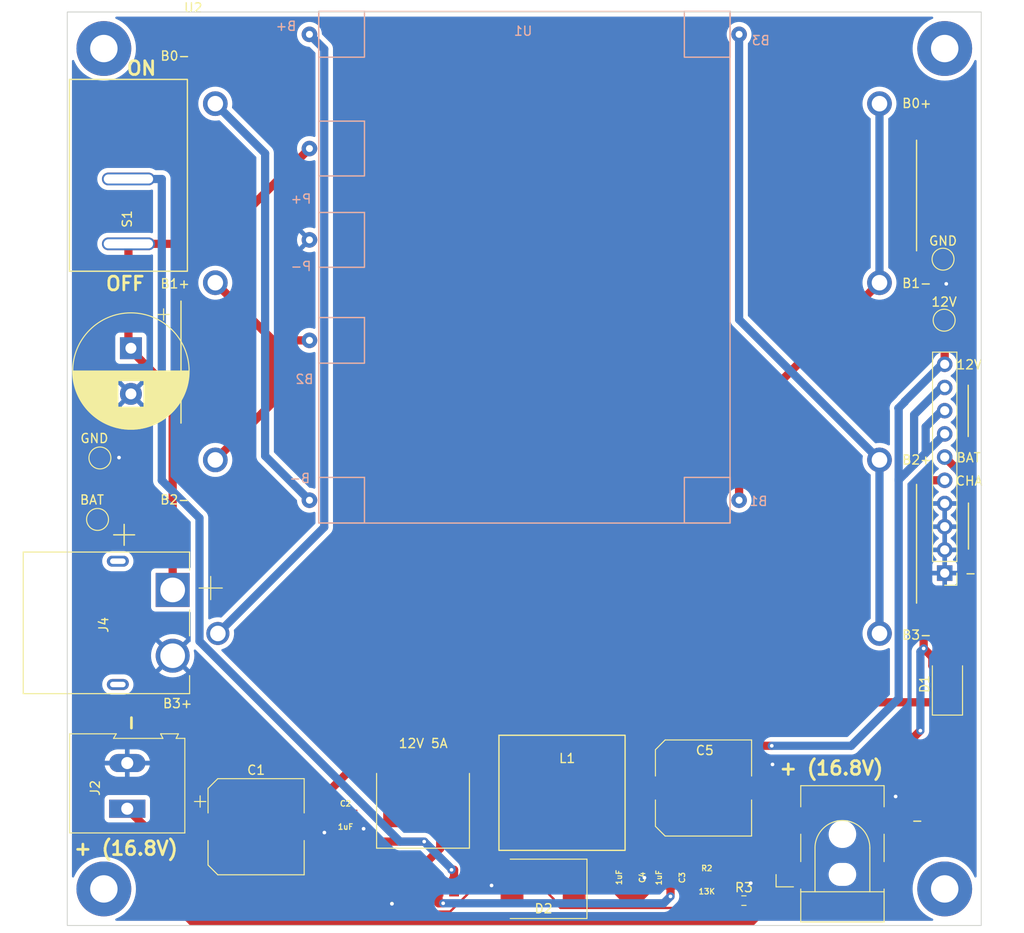
<source format=kicad_pcb>
(kicad_pcb (version 20211014) (generator pcbnew)
  (layers (0 "F.Cu" signal) (31 "B.Cu" signal) (34 "B.Paste" user) (35 "F.Paste" user) (36 "B.SilkS" user "B.Silkscreen") (37 "F.SilkS" user "F.Silkscreen") (38 "B.Mask" user) (39 "F.Mask" user) (44 "Edge.Cuts" user))
  (net 0 "")
  (net 1 "V_SENSE_BAT")
  (net 2 "GND")
  (net 3 "Net-(C3-Pad2)")
  (net 4 "Net-(C6-Pad1)")
  (net 5 "V_SENSE")
  (net 6 "Net-(D2-Pad1)")
  (net 7 "+12V")
  (net 8 "Net-(U1-Pad1)")
  (net 9 "Net-(U1-Pad2)")
  (net 10 "Net-(U1-Pad3)")
  (net 11 "Net-(U1-Pad4)")
  (net 12 "Net-(U1-Pad5)")
  (net 13 "Net-(R2-Pad2)")
  (footprint "Capacitors:0805" (layer "F.Cu") (at 66 94.77 -90)
    (fp_text reference "C3" (at 0 -1.27 90) (layer "F.SilkS") (effects (font (size 0.6096 0.6096) (thickness 0.127))))
    (fp_text value "1uF" (at 0 1.27 90) (layer "F.SilkS") (effects (font (size 0.6096 0.6096) (thickness 0.127))))
    (pad "1" smd rect locked (at -0.89916 0 270) (size 0.79756 1.19888) (layers "F.Cu" "F.Paste" "F.Mask") (net 1 "V_SENSE_BAT"))
    (pad "2" smd rect locked (at 0.89916 0 270) (size 0.79756 1.19888) (layers "F.Cu" "F.Paste" "F.Mask") (net 3 "Net-(C3-Pad2)"))
  )
  (footprint "Resistor_SMD:R_0603_1608Metric" (layer "F.Cu") (at 74.03 97.28)
    (fp_text reference "R3" (at 0 -1.43) (layer "F.SilkS"))
    (fp_text value "1.5K")
    (pad "1" smd roundrect locked (at -0.825 0) (size 0.8 0.95) (layers "F.Cu" "F.Paste" "F.Mask") (net 13 "Net-(R2-Pad2)"))
    (pad "2" smd roundrect locked (at 0.825 0) (size 0.8 0.95) (layers "F.Cu" "F.Paste" "F.Mask") (net 2 "GND"))
  )
  (footprint "Connector_BarrelJack:BarrelJack_CLIFF_FC681465S_SMT_Horizontal" (layer "F.Cu") (at 84.81 91.51 90)
    (fp_text reference "J1" hide)
    (fp_text value "Barrel_Jack_Switch")
    (pad "" np_thru_hole circle locked (at 1.5 0 180) (size 2 2) (drill 2) (layers *.Cu *.Mask))
    (pad "" np_thru_hole oval locked (at -2.9 0 180) (size 2 1.5) (drill oval 2 1.5) (layers *.Cu *.Mask))
    (pad "1" smd rect locked (at -3 -5.5 180) (size 3 2) (layers "F.Cu" "F.Paste" "F.Mask") (net 5 "V_SENSE"))
    (pad "1" smd rect locked (at 3 -5.5 180) (size 3 2) (layers "F.Cu" "F.Paste" "F.Mask") (net 5 "V_SENSE"))
    (pad "2" smd rect (at 3 5.5 180) (size 3 2) (layers "F.Cu" "F.Paste" "F.Mask") (net 2 "GND"))
    (pad "3" smd rect (at -3 5.5 180) (size 3 2) (layers "F.Cu" "F.Paste" "F.Mask") (net 2 "GND"))
  )
  (footprint "Capacitors:0805" (layer "F.Cu") (at 61.64 94.7392 -90)
    (fp_text reference "C4" (at 0 -1.27 90) (layer "F.SilkS") (effects (font (size 0.6096 0.6096) (thickness 0.127))))
    (fp_text value "1uF" (at 0 1.27 90) (layer "F.SilkS") (effects (font (size 0.6096 0.6096) (thickness 0.127))))
    (pad "1" smd rect locked (at -0.89916 0 270) (size 0.79756 1.19888) (layers "F.Cu" "F.Paste" "F.Mask") (net 7 "+12V"))
    (pad "2" smd rect locked (at 0.89916 0 270) (size 0.79756 1.19888) (layers "F.Cu" "F.Paste" "F.Mask") (net 2 "GND"))
  )
  (footprint "MountingHole:MountingHole_3mm_Pad" (layer "F.Cu") (at 4 4)
    (fp_text reference "H2" hide)
    (fp_text value "MountingHole")
    (pad "1" thru_hole circle locked (at 0 0) (size 6 6) (drill 3) (layers *.Cu *.Mask))
  )
  (footprint "Diode_SMD:D_SMC" (layer "F.Cu") (at 52.06 95.99 180)
    (fp_text reference "D2" (at -0.05 -2.17) (layer "F.SilkS"))
    (fp_text value "B540")
    (pad "1" smd rect locked (at -3.4 0 270) (size 3.3 2.5) (layers "F.Cu" "F.Paste" "F.Mask") (net 6 "Net-(D2-Pad1)"))
    (pad "2" smd rect locked (at 3.4 0 270) (size 3.3 2.5) (layers "F.Cu" "F.Paste" "F.Mask") (net 2 "GND"))
  )
  (footprint "jildertTest:j18650_4" (layer "F.Cu") (at 13.775 0.035)
    (fp_text reference "U2" (at 0 -0.5 unlocked) (layer "F.SilkS"))
    (fp_text value "4_18650")
    (pad "1" thru_hole circle (at 2.42 10) (size 2.7 2.7) (drill 1.7) (layers *.Cu *.Mask) (net 8 "Net-(U1-Pad1)"))
    (pad "2" thru_hole circle (at 75.09 29.6) (size 2.7 2.7) (drill 1.7) (layers *.Cu *.Mask) (net 9 "Net-(U1-Pad2)"))
    (pad "3" thru_hole circle (at 2.42 49) (size 2.7 2.7) (drill 1.7) (layers *.Cu *.Mask) (net 10 "Net-(U1-Pad3)"))
    (pad "4" thru_hole circle (at 75.09 68) (size 2.7 2.7) (drill 1.7) (layers *.Cu *.Mask) (net 11 "Net-(U1-Pad4)"))
    (pad "5" thru_hole circle (at 2.7 68) (size 2.524 2.524) (drill 1.7) (layers *.Cu *.Mask) (net 12 "Net-(U1-Pad5)"))
    (pad "6" thru_hole circle (at 75.09 49) (size 2.7 2.7) (drill 1.7) (layers *.Cu *.Mask) (net 11 "Net-(U1-Pad4)"))
    (pad "7" thru_hole circle (at 2.42 29.6) (size 2.7 2.7) (drill 1.7) (layers *.Cu *.Mask) (net 10 "Net-(U1-Pad3)"))
    (pad "8" thru_hole circle (at 75.09 10) (size 2.7 2.7) (drill 1.7) (layers *.Cu *.Mask) (net 9 "Net-(U1-Pad2)"))
  )
  (footprint "Capacitor_SMD:CP_Elec_10x10" (layer "F.Cu") (at 20.66 89.19)
    (fp_text reference "C1" (at 0 -6.2) (layer "F.SilkS"))
    (fp_text value "220uF/50V")
    (pad "1" smd roundrect locked (at -4 0) (size 4 2.5) (layers "F.Cu" "F.Paste" "F.Mask") (roundrect_rratio 0.1) (net 1 "V_SENSE_BAT"))
    (pad "2" smd roundrect locked (at 4 0) (size 4 2.5) (layers "F.Cu" "F.Paste" "F.Mask") (roundrect_rratio 0.1) (net 2 "GND"))
  )
  (footprint "Connector_PinHeader_2.54mm:PinHeader_1x10_P2.54mm_Vertical" (layer "F.Cu") (at 96 61.425 180)
    (fp_text reference "J3" hide)
    (fp_text value "pinHeaders")
    (pad "1" thru_hole rect locked (at 0 0 180) (size 1.7 1.7) (drill 1) (layers *.Cu *.Mask) (net 2 "GND"))
    (pad "2" thru_hole oval locked (at 0 2.54 180) (size 1.7 1.7) (drill 1) (layers *.Cu *.Mask) (net 2 "GND"))
    (pad "3" thru_hole oval locked (at 0 5.08 180) (size 1.7 1.7) (drill 1) (layers *.Cu *.Mask) (net 2 "GND"))
    (pad "4" thru_hole oval locked (at 0 7.62 180) (size 1.7 1.7) (drill 1) (layers *.Cu *.Mask) (net 2 "GND"))
    (pad "5" thru_hole oval locked (at 0 10.16 180) (size 1.7 1.7) (drill 1) (layers *.Cu *.Mask) (net 5 "V_SENSE"))
    (pad "6" thru_hole oval locked (at 0 12.7 180) (size 1.7 1.7) (drill 1) (layers *.Cu *.Mask) (net 1 "V_SENSE_BAT"))
    (pad "7" thru_hole oval locked (at 0 15.24 180) (size 1.7 1.7) (drill 1) (layers *.Cu *.Mask) (net 7 "+12V"))
    (pad "8" thru_hole oval locked (at 0 17.78 180) (size 1.7 1.7) (drill 1) (layers *.Cu *.Mask) (net 7 "+12V"))
    (pad "9" thru_hole oval locked (at 0 20.32 180) (size 1.7 1.7) (drill 1) (layers *.Cu *.Mask) (net 7 "+12V"))
    (pad "10" thru_hole oval locked (at 0 22.86 180) (size 1.7 1.7) (drill 1) (layers *.Cu *.Mask) (net 7 "+12V"))
  )
  (footprint "XT60PW-M:AMASS_XT60PW-M" (layer "F.Cu") (at 5.53 66.87 90)
    (fp_text reference "J4" (at -0.22 -1.55 90) (layer "F.SilkS") (effects (font (size 1.000441 1.000441))))
    (fp_text value "XT60PW-M")
    (pad "1" thru_hole rect locked (at 3.6 6 90) (size 3.716 3.716) (drill 2.7) (layers *.Cu *.Mask) (net 4 "Net-(C6-Pad1)"))
    (pad "2" thru_hole circle locked (at -3.6 6 90) (size 3.716 3.716) (drill 2.7) (layers *.Cu *.Mask) (net 2 "GND"))
    (pad "S1" thru_hole oval locked (at 6.75 0 90) (size 1.2 2.4) (drill oval 0.6 1.7) (layers *.Cu *.Mask))
    (pad "S2" thru_hole oval locked (at -6.75 0 90) (size 1.2 2.4) (drill oval 0.6 1.7) (layers *.Cu *.Mask))
  )
  (footprint "Diode_SMD:D_SMA" (layer "F.Cu") (at 96.3 73.57 90)
    (fp_text reference "D1" (at 0 -2.5 90) (layer "F.SilkS"))
    (fp_text value "D")
    (pad "1" smd rect locked (at -2 0 90) (size 2.5 1.8) (layers "F.Cu" "F.Paste" "F.Mask") (net 1 "V_SENSE_BAT"))
    (pad "2" smd rect locked (at 2 0 90) (size 2.5 1.8) (layers "F.Cu" "F.Paste" "F.Mask") (net 5 "V_SENSE"))
  )
  (footprint "Resistors:0805" (layer "F.Cu") (at 69.97 95.01)
    (fp_text reference "R2" (at 0 -1.27) (layer "F.SilkS") (effects (font (size 0.6096 0.6096) (thickness 0.127))))
    (fp_text value "13K" (at 0 1.27) (layer "F.SilkS") (effects (font (size 0.6096 0.6096) (thickness 0.127))))
    (pad "1" smd rect locked (at -0.89916 0) (size 0.79756 1.19888) (layers "F.Cu" "F.Paste" "F.Mask") (net 7 "+12V"))
    (pad "2" smd rect locked (at 0.89916 0) (size 0.79756 1.19888) (layers "F.Cu" "F.Paste" "F.Mask") (net 13 "Net-(R2-Pad2)"))
  )
  (footprint "TerminalBlock:TerminalBlock_Altech_AK300-2_P5.00mm" (layer "F.Cu") (at 6.56 87.22 90)
    (fp_text reference "J2" (at 2.27 -3.51 90) (layer "F.SilkS"))
    (fp_text value "External Jack")
    (pad "1" thru_hole rect locked (at 0 0 90) (size 1.98 3.96) (drill 1.32) (layers *.Cu *.Mask) (net 5 "V_SENSE"))
    (pad "2" thru_hole oval locked (at 5 0 90) (size 1.98 3.96) (drill 1.32) (layers *.Cu *.Mask) (net 2 "GND"))
  )
  (footprint "MountingHole:MountingHole_3mm_Pad" (layer "F.Cu") (at 4 96)
    (fp_text reference "H1" hide)
    (fp_text value "MountingHole")
    (pad "1" thru_hole circle locked (at 0 0) (size 6 6) (drill 3) (layers *.Cu *.Mask))
  )
  (footprint "XL4015:CONV_XL4015" (layer "F.Cu") (at 38.92 85.405 90)
    (fp_text reference "U3" hide)
    (fp_text value "XL4015")
    (pad "1" smd rect locked (at -10.335 -3.4 90) (size 2.16 1.07) (layers "F.Cu" "F.Paste" "F.Mask") (net 2 "GND"))
    (pad "2" smd rect locked (at -10.335 -1.7 90) (size 2.16 1.07) (layers "F.Cu" "F.Paste" "F.Mask") (net 13 "Net-(R2-Pad2)"))
    (pad "3" smd rect locked (at -10.335 0 90) (size 2.16 1.07) (layers "F.Cu" "F.Paste" "F.Mask") (net 6 "Net-(D2-Pad1)"))
    (pad "3.1" smd custom locked (at 0 0 90) (size 1.27 0.635) (layers "F.Cu") (net 6 "Net-(D2-Pad1)") (options (clearance outline) (anchor rect)) (primitives (gr_poly (pts (xy 3.835 5.4) (xy 2.365 5.4) (xy 2.365 4.35) (xy -3.835 4.35) (xy -3.835 -4.35) (xy 2.365 -4.35) (xy 2.365 -5.4) (xy 3.835 -5.4)) (width 0.01) (fill yes))))
    (pad "4" smd rect locked (at -10.335 1.7 90) (size 2.16 1.07) (layers "F.Cu" "F.Paste" "F.Mask") (net 3 "Net-(C3-Pad2)"))
    (pad "5" smd rect locked (at -10.335 3.4 90) (size 2.16 1.07) (layers "F.Cu" "F.Paste" "F.Mask") (net 1 "V_SENSE_BAT"))
  )
  (footprint "MountingHole:MountingHole_3mm_Pad" (layer "F.Cu") (at 96 4)
    (fp_text reference "H3" hide)
    (fp_text value "MountingHole")
    (pad "1" thru_hole circle locked (at 0 0) (size 6 6) (drill 3) (layers *.Cu *.Mask))
  )
  (footprint "jildertTest:YSPI1365" (layer "F.Cu") (at 47.23 79.1775)
    (fp_text reference "L1" (at 7.46 2.53 unlocked) (layer "F.SilkS"))
    (fp_text value "47uH/5A")
    (pad "1" smd rect (at 1.28 6.3) (size 3.25 4.5) (layers "F.Cu" "F.Paste" "F.Mask") (net 6 "Net-(D2-Pad1)"))
    (pad "2" smd rect (at 12.55 6.3) (size 3.25 4.5) (layers "F.Cu" "F.Paste" "F.Mask") (net 7 "+12V"))
  )
  (footprint "Capacitor_THT:CP_Radial_D12.5mm_P5.00mm" (layer "F.Cu") (at 6.96 36.806041 -90)
    (fp_text reference "C6" hide)
    (fp_text value "C_Polarized")
    (pad "1" thru_hole rect locked (at 0 0 270) (size 2.4 2.4) (drill 1.2) (layers *.Cu *.Mask) (net 4 "Net-(C6-Pad1)"))
    (pad "2" thru_hole circle locked (at 5 0 270) (size 2.4 2.4) (drill 1.2) (layers *.Cu *.Mask) (net 2 "GND"))
  )
  (footprint "TestPoint:TestPoint_Pad_D2.0mm" (layer "F.Cu") (at 3.57 48.82)
    (fp_text reference "GND" (at -0.61 -2.14) (layer "F.SilkS"))
    (fp_text value "TestPoint_Pad_D2.0mm")
    (pad "1" smd circle locked (at 0 0) (size 2 2) (layers "F.Cu" "F.Mask") (net 2 "GND"))
  )
  (footprint "Capacitors:0805" (layer "F.Cu") (at 30.44 87.93)
    (fp_text reference "C2" (at 0 -1.27) (layer "F.SilkS") (effects (font (size 0.6096 0.6096) (thickness 0.127))))
    (fp_text value "1uF" (at 0 1.27) (layer "F.SilkS") (effects (font (size 0.6096 0.6096) (thickness 0.127))))
    (pad "1" smd rect locked (at -0.89916 0) (size 0.79756 1.19888) (layers "F.Cu" "F.Paste" "F.Mask") (net 1 "V_SENSE_BAT"))
    (pad "2" smd rect locked (at 0.89916 0) (size 0.79756 1.19888) (layers "F.Cu" "F.Paste" "F.Mask") (net 2 "GND"))
  )
  (footprint "TestPoint:TestPoint_Pad_D2.0mm" (layer "F.Cu") (at 95.82 27.06)
    (fp_text reference "GND" (at 0 -1.998) (layer "F.SilkS"))
    (fp_text value "TestPoint_Pad_D2.0mm")
    (pad "1" smd circle locked (at 0 0) (size 2 2) (layers "F.Cu" "F.Mask"))
  )
  (footprint "Capacitor_SMD:C_Elec_10x10.2" (layer "F.Cu") (at 69.61 84.95)
    (fp_text reference "C5" (at 0.14 -4.11) (layer "F.SilkS"))
    (fp_text value "330uF/25V")
    (pad "1" smd roundrect locked (at -4.4 0) (size 4.6 2.1) (layers "F.Cu" "F.Paste" "F.Mask") (roundrect_rratio 0.1190480952) (net 7 "+12V"))
    (pad "2" smd roundrect locked (at 4.4 0) (size 4.6 2.1) (layers "F.Cu" "F.Paste" "F.Mask") (roundrect_rratio 0.1190480952) (net 2 "GND"))
  )
  (footprint "jildertTest:MR1-110-C5N-BB" (layer "F.Cu") (at 6.69 25.38 90)
    (fp_text reference "S1" (at 2.72 -0.14 90 unlocked) (layer "F.SilkS"))
    (fp_text value "killSwitch")
    (pad "1" thru_hole oval locked (at 0 0 90) (size 1.4 5.8) (drill oval 1 5.4) (layers *.Cu *.Mask) (net 4 "Net-(C6-Pad1)"))
    (pad "2" thru_hole oval locked (at 7.1 0 90) (size 1.4 5.8) (drill oval 1 5.4) (layers *.Cu *.Mask) (net 1 "V_SENSE_BAT"))
  )
  (footprint "TestPoint:TestPoint_Pad_D2.0mm" (layer "F.Cu") (at 3.31 55.55)
    (fp_text reference "BAT" (at -0.61 -2.14) (layer "F.SilkS"))
    (fp_text value "TestPoint_Pad_D2.0mm")
    (pad "1" smd circle locked (at 0 0) (size 2 2) (layers "F.Cu" "F.Mask") (net 4 "Net-(C6-Pad1)"))
  )
  (footprint "TestPoint:TestPoint_Pad_D2.0mm" (layer "F.Cu") (at 95.94 33.74)
    (fp_text reference "12V" (at 0 -1.998) (layer "F.SilkS"))
    (fp_text value "TestPoint_Pad_D2.0mm")
    (pad "1" smd circle locked (at 0 0) (size 2 2) (layers "F.Cu" "F.Mask"))
  )
  (footprint "MountingHole:MountingHole_3mm_Pad" (layer "F.Cu") (at 96 96)
    (fp_text reference "H4" hide)
    (fp_text value "MountingHole")
    (pad "1" thru_hole circle locked (at 0 0) (size 6 6) (drill 3) (layers *.Cu *.Mask))
  )
  (footprint "jildertTest:jBMS" (layer "B.Cu") (at 72.515 -0.0525 180)
    (fp_text reference "U1" (at 22.645 -2.1425 unlocked) (layer "B.SilkS") (effects (justify mirror)))
    (fp_text value "4S_BMS")
    (fp_text user "B2" (at 46.565 -40.2525 unlocked) (layer "B.SilkS") (effects (justify mirror)))
    (fp_text user "P+" (at 46.945 -20.5225 unlocked) (layer "B.SilkS") (effects (justify mirror)))
    (fp_text user "B1" (at -3.115 -53.6125 unlocked) (layer "B.SilkS") (effects (justify mirror)))
    (fp_text user "B+" (at 48.585 -1.6025 unlocked) (layer "B.SilkS") (effects (justify mirror)))
    (fp_text user "B3" (at -3.365 -3.1725 unlocked) (layer "B.SilkS") (effects (justify mirror)))
    (fp_text user "P-" (at 46.945 -27.9025 unlocked) (layer "B.SilkS") (effects (justify mirror)))
    (fp_text user "B-" (at 47.075 -51.1025 unlocked) (layer "B.SilkS") (effects (justify mirror)))
    (pad "1" thru_hole circle (at 46.02 -53.5 180) (size 1.7 1.7) (drill 0.762) (layers *.Cu *.Mask) (net 8 "Net-(U1-Pad1)"))
    (pad "2" thru_hole circle (at -0.99 -53.5 180) (size 1.7 1.7) (drill 0.762) (layers *.Cu *.Mask) (net 9 "Net-(U1-Pad2)"))
    (pad "3" thru_hole circle (at 46.02 -36 180) (size 1.7 1.7) (drill 0.762) (layers *.Cu *.Mask) (net 10 "Net-(U1-Pad3)"))
    (pad "4" thru_hole circle (at -0.99 -2.5 180) (size 1.7 1.7) (drill 0.762) (layers *.Cu *.Mask) (net 11 "Net-(U1-Pad4)"))
    (pad "5" thru_hole circle (at 46.02 -2.5 180) (size 1.7 1.7) (drill 0.762) (layers *.Cu *.Mask) (net 12 "Net-(U1-Pad5)"))
    (pad "6" thru_hole circle (at 46.02 -15 180) (size 1.7 1.7) (drill 0.762) (layers *.Cu *.Mask) (net 4 "Net-(C6-Pad1)"))
    (pad "7" thru_hole circle (at 46.02 -25 180) (size 1.7 1.7) (drill 0.762) (layers *.Cu *.Mask) (net 2 "GND"))
  )
  (gr_line (start 98.57 40.86) (end 98.57 46.47) (layer "F.SilkS") (width 0.15))
  (gr_line (start 92.92 51.72) (end 92.92 64.71) (layer "F.SilkS") (width 0.15))
  (gr_line (start 98.6 53.76) (end 98.6 58.8) (layer "F.SilkS") (width 0.15))
  (gr_line (start 92.92 14.04) (end 92.92 26.14) (layer "F.SilkS") (width 0.15))
  (gr_line (start 12.44 31.65) (end 12.44 45) (layer "F.SilkS") (width 0.15))
  (gr_rect locked (start 0 0) (end 100 100) (layer "Edge.Cuts") (width 0.1) (fill none))
  (gr_text "B0-" (at 11.8 4.81) (layer "F.SilkS") (effects (font (size 1 1))))
  (gr_text "B1-" (at 92.95 29.7) (layer "F.SilkS") (effects (font (size 1 1))))
  (gr_text "12V 5A" (at 38.94 80.07) (layer "F.SilkS") (effects (font (size 1 1))))
  (gr_text "12V" (at 98.68 38.61) (layer "F.SilkS") (effects (font (size 1 1))))
  (gr_text "B3-" (at 92.95 68.2) (layer "F.SilkS") (effects (font (size 1 1))))
  (gr_text "-" (at 6.91 77.82 90) (layer "F.SilkS") (effects (font (size 1.5 1.5) (thickness 0.3))))
  (gr_text "+ (16.8V)" (at 83.6 82.78) (layer "F.SilkS") (effects (font (size 1.5 1.5) (thickness 0.3))))
  (gr_text "CHA" (at 98.67 51.34) (layer "F.SilkS") (effects (font (size 1 1))))
  (gr_text "+ (16.8V)" (at 6.42 91.56) (layer "F.SilkS") (effects (font (size 1.5 1.5) (thickness 0.3))))
  (gr_text "B2+" (at 92.95 49.03) (layer "F.SilkS") (effects (font (size 1 1))))
  (gr_text "OFF" (at 6.33 29.74) (layer "F.SilkS") (effects (font (size 1.5 1.5) (thickness 0.3))))
  (gr_text "B0+" (at 92.95 10) (layer "F.SilkS") (effects (font (size 1 1))))
  (gr_text "B2-" (at 11.77 53.4) (layer "F.SilkS") (effects (font (size 1 1))))
  (gr_text "-" (at 93 88.51) (layer "F.SilkS") (effects (font (size 1 1))))
  (gr_text "+" (at 6.22 57) (layer "F.SilkS") (effects (font (size 3 3))))
  (gr_text "B1+" (at 11.8 29.75) (layer "F.SilkS") (effects (font (size 1 1))))
  (gr_text "ON" (at 8.12 6.16) (layer "F.SilkS") (effects (font (size 1.5 1.5) (thickness 0.3))))
  (gr_text "BAT" (at 98.62 48.79) (layer "F.SilkS") (effects (font (size 1 1))))
  (gr_text "B3+" (at 12.07 75.7) (layer "F.SilkS") (effects (font (size 1 1))))
  (gr_text "-" (at 98.83 61.43) (layer "F.SilkS") (effects (font (size 1 1))))
  (segment (start 64.6503 93.8708) (end 64.6503 94.966078) (width 0.9) (layer "F.Cu") (net 1))
  (segment (start 96.3 75.57) (end 97.9503 75.57) (width 0.9) (layer "F.Cu") (net 1))
  (segment (start 64.6503 94.966078) (end 62.778498 96.83788) (width 0.9) (layer "F.Cu") (net 1))
  (segment (start 42.32 95.74) (end 42.32 93.9097) (width 0.9) (layer "F.Cu") (net 1))
  (segment (start 16.66 89.19) (end 18.6861 87.1639) (width 0.9) (layer "F.Cu") (net 1))
  (segment (start 66 93.8708) (end 64.6503 93.8708) (width 0.9) (layer "F.Cu") (net 1))
  (segment (start 62.778498 96.83788) (end 60.76388 96.83788) (width 0.9) (layer "F.Cu") (net 1))
  (segment (start 28.3512 87.1639) (end 28.3512 85.5738) (width 0.9) (layer "F.Cu") (net 1))
  (segment (start 29.5408 87.93) (end 28.3917 87.93) (width 0.9) (layer "F.Cu") (net 1))
  (segment (start 60.76388 96.83788) (end 56.8004 92.8744) (width 0.9) (layer "F.Cu") (net 1))
  (segment (start 63.8948 75.57) (end 96.3 75.57) (width 0.9) (layer "F.Cu") (net 1))
  (segment (start 28.3512 87.1639) (end 28.3917 87.2044) (width 0.9) (layer "F.Cu") (net 1))
  (segment (start 29.5408 87.93) (end 29.5408 89.2797) (width 0.9) (layer "F.Cu") (net 1))
  (segment (start 29.5408 89.2797) (end 31.0797 90.8186) (width 0.9) (layer "F.Cu") (net 1))
  (segment (start 56.8004 92.8744) (end 56.8004 82.6644) (width 0.9) (layer "F.Cu") (net 1))
  (segment (start 42.32 93.9097) (end 42.039 93.9097) (width 0.9) (layer "F.Cu") (net 1))
  (segment (start 33.1277 80.7973) (end 54.9333 80.7973) (width 0.9) (layer "F.Cu") (net 1))
  (segment (start 56.8004 82.6644) (end 63.8948 75.57) (width 0.9) (layer "F.Cu") (net 1))
  (segment (start 31.0797 90.8186) (end 39.0505 90.8186) (width 0.9) (layer "F.Cu") (net 1))
  (segment (start 28.3917 87.2044) (end 28.3917 87.93) (width 0.9) (layer "F.Cu") (net 1))
  (segment (start 28.3512 85.5738) (end 33.1277 80.7973) (width 0.9) (layer "F.Cu") (net 1))
  (segment (start 18.6861 87.1639) (end 28.3512 87.1639) (width 0.9) (layer "F.Cu") (net 1))
  (segment (start 97.9503 50.6753) (end 96 48.725) (width 0.9) (layer "F.Cu") (net 1))
  (segment (start 54.9333 80.7973) (end 56.8004 82.6644) (width 0.9) (layer "F.Cu") (net 1))
  (segment (start 97.9503 75.57) (end 97.9503 50.6753) (width 0.9) (layer "F.Cu") (net 1))
  (via (at 42.039 93.9097) (size 0.8) (drill 0.4) (layers "F.Cu" "B.Cu") (net 1))
  (via (at 39.0505 90.8186) (size 0.8) (drill 0.4) (layers "F.Cu" "B.Cu") (net 1))
  (segment (start 6.69 18.28) (end 10.3403 18.28) (width 0.9) (layer "B.Cu") (net 1))
  (segment (start 14.463489 68.881189) (end 14.463489 55.396511) (width 0.9) (layer "B.Cu") (net 1))
  (segment (start 10.3403 51.273322) (end 10.3403 18.28) (width 0.9) (layer "B.Cu") (net 1))
  (segment (start 42.039 93.8071) (end 42.039 93.9097) (width 0.9) (layer "B.Cu") (net 1))
  (segment (start 14.463489 55.396511) (end 10.3403 51.273322) (width 0.9) (layer "B.Cu") (net 1))
  (segment (start 36.4009 90.8186) (end 39.0505 90.8186) (width 0.9) (layer "B.Cu") (net 1))
  (segment (start 39.0505 90.8186) (end 42.039 93.8071) (width 0.9) (layer "B.Cu") (net 1))
  (segment (start 36.4009 90.8186) (end 14.463489 68.881189) (width 0.9) (layer "B.Cu") (net 1))
  (segment (start 31.33916 87.93) (end 31.33916 88.32916) (width 0.9) (layer "F.Cu") (net 2))
  (segment (start 3.31 48.82) (end 5.62 48.82) (width 0.9) (layer "F.Cu") (net 2))
  (segment (start 5.62 48.82) (end 5.66 48.78) (width 0.9) (layer "F.Cu") (net 2))
  (segment (start 62.28164 95.63836) (end 63.15 94.77) (width 0.9) (layer "F.Cu") (net 2))
  (segment (start 90.31 88.51) (end 90.31 94.38) (width 0.9) (layer "F.Cu") (net 2))
  (segment (start 96.36 29.57) (end 96.17 29.76) (width 0.9) (layer "F.Cu") (net 2))
  (segment (start 90.31 86.2) (end 90.63 85.88) (width 0.9) (layer "F.Cu") (net 2))
  (segment (start 27.49 89.19) (end 28.13 89.83) (width 0.9) (layer "F.Cu") (net 2))
  (segment (start 74.92916 97.28) (end 74.92916 95.51916) (width 0.9) (layer "F.Cu") (net 2))
  (segment (start 95.99 27.16) (end 96.36 27.16) (width 0.9) (layer "F.Cu") (net 2))
  (segment (start 24.66 89.19) (end 27.49 89.19) (width 0.9) (layer "F.Cu") (net 2))
  (segment (start 74.58 84.95) (end 77.16 82.37) (width 0.9) (layer "F.Cu") (net 2))
  (segment (start 74.92916 95.51916) (end 74.78 95.37) (width 0.9) (layer "F.Cu") (net 2))
  (segment (start 61.64 95.63836) (end 62.28164 95.63836) (width 0.9) (layer "F.Cu") (net 2))
  (segment (start 46.79 95.99) (end 46.42 95.62) (width 0.9) (layer "F.Cu") (net 2))
  (segment (start 90.31 88.51) (end 90.31 86.2) (width 0.9) (layer "F.Cu") (net 2))
  (segment (start 96.36 27.16) (end 96.36 29.57) (width 0.9) (layer "F.Cu") (net 2))
  (segment (start 48.66 95.99) (end 46.79 95.99) (width 0.9) (layer "F.Cu") (net 2))
  (segment (start 74.01 84.95) (end 74.58 84.95) (width 0.9) (layer "F.Cu") (net 2))
  (segment (start 31.33916 88.32916) (end 32.42 89.41) (width 0.9) (layer "F.Cu") (net 2))
  (segment (start 35.52 95.74) (end 35.52 97.63) (width 0.9) (layer "F.Cu") (net 2))
  (via (at 63.15 94.77) (size 0.8) (drill 0.4) (layers "F.Cu" "B.Cu") (net 2))
  (via (at 46.42 95.62) (size 0.8) (drill 0.4) (layers "F.Cu" "B.Cu") (net 2))
  (via (at 32.42 89.41) (size 0.8) (drill 0.4) (layers "F.Cu" "B.Cu") (net 2))
  (via (at 5.66 48.78) (size 0.8) (drill 0.4) (layers "F.Cu" "B.Cu") (net 2))
  (via (at 77.16 82.37) (size 0.8) (drill 0.4) (layers "F.Cu" "B.Cu") (net 2))
  (via (at 28.13 89.83) (size 0.8) (drill 0.4) (layers "F.Cu" "B.Cu") (net 2))
  (via (at 35.52 97.63) (size 0.8) (drill 0.4) (layers "F.Cu" "B.Cu") (net 2))
  (via (at 74.78 95.37) (size 0.8) (drill 0.4) (layers "F.Cu" "B.Cu") (net 2))
  (via (at 96.17 29.76) (size 0.8) (drill 0.4) (layers "F.Cu" "B.Cu") (net 2))
  (via (at 90.63 85.88) (size 0.8) (drill 0.4) (layers "F.Cu" "B.Cu") (net 2))
  (segment (start 96 58.885) (end 96 61.425) (width 0.25) (layer "B.Cu") (net 2))
  (segment (start 40.62 97.5703) (end 41.1258 97.5703) (width 0.9) (layer "F.Cu") (net 3))
  (segment (start 66 95.6692) (end 66 96.8183) (width 0.9) (layer "F.Cu") (net 3))
  (segment (start 40.62 95.74) (end 40.62 97.5703) (width 0.9) (layer "F.Cu") (net 3))
  (via (at 41.1258 97.5703) (size 0.8) (drill 0.4) (layers "F.Cu" "B.Cu") (net 3))
  (via (at 66 96.8183) (size 0.8) (drill 0.4) (layers "F.Cu" "B.Cu") (net 3))
  (segment (start 65.248 97.5703) (end 66 96.8183) (width 0.9) (layer "B.Cu") (net 3))
  (segment (start 41.1258 97.5703) (end 65.248 97.5703) (width 0.9) (layer "B.Cu") (net 3))
  (segment (start 11.45 55.55) (end 11.53 55.63) (width 0.9) (layer "F.Cu") (net 4))
  (segment (start 11.53 63.27) (end 11.53 55.63) (width 0.9) (layer "F.Cu") (net 4))
  (segment (start 6.81 25.38) (end 6.69 25.38) (width 0.9) (layer "F.Cu") (net 4))
  (segment (start 6.69 32.09) (end 6.69 36.67) (width 0.9) (layer "F.Cu") (net 4))
  (segment (start 16.0625 25.38) (end 6.81 25.38) (width 0.9) (layer "F.Cu") (net 4))
  (segment (start 6.69 25.38) (end 6.69 32.09) (width 0.9) (layer "F.Cu") (net 4))
  (segment (start 6.69 36.67) (end 6.91 36.89) (width 0.9) (layer "F.Cu") (net 4))
  (segment (start 11.53 41.6) (end 6.82 36.89) (width 0.9) (layer "F.Cu") (net 4))
  (segment (start 3.31 55.55) (end 11.45 55.55) (width 0.9) (layer "F.Cu") (net 4))
  (segment (start 26.495 14.9475) (end 16.0625 25.38) (width 0.9) (layer "F.Cu") (net 4))
  (segment (start 11.53 55.63) (end 11.53 41.6) (width 0.9) (layer "F.Cu") (net 4))
  (segment (start 94.6497 70.6232) (end 93.69825 69.67175) (width 0.9) (layer "F.Cu") (net 5))
  (segment (start 79.31 88.51) (end 79.31 94) (width 0.9) (layer "F.Cu") (net 5))
  (segment (start 10.83 96.75) (end 13.62998 99.54998) (width 0.9) (layer "F.Cu") (net 5))
  (segment (start 74.90002 99.54998) (end 79.36 95.09) (width 0.9) (layer "F.Cu") (net 5))
  (segment (start 94.3997 51.265) (end 93.69825 51.96645) (width 0.9) (layer "F.Cu") (net 5))
  (segment (start 83.5 88.51) (end 93.34 78.67) (width 0.9) (layer "F.Cu") (net 5))
  (segment (start 10.83 96.75) (end 10.83 91.5) (width 0.9) (layer "F.Cu") (net 5))
  (segment (start 96 51.265) (end 94.3997 51.265) (width 0.9) (layer "F.Cu") (net 5))
  (segment (start 13.62998 99.54998) (end 74.90002 99.54998) (width 0.9) (layer "F.Cu") (net 5))
  (segment (start 79.31 94) (end 79.55 94.24) (width 0.9) (layer "F.Cu") (net 5))
  (segment (start 10.83 91.5) (end 6.5 87.17) (width 0.9) (layer "F.Cu") (net 5))
  (segment (start 96.3 71.57) (end 94.6497 71.57) (width 0.9) (layer "F.Cu") (net 5))
  (segment (start 93.69825 51.96645) (end 93.69825 69.67175) (width 0.9) (layer "F.Cu") (net 5))
  (segment (start 79.31 88.51) (end 83.5 88.51) (width 0.9) (layer "F.Cu") (net 5))
  (segment (start 94.6497 71.57) (end 94.6497 70.6232) (width 0.9) (layer "F.Cu") (net 5))
  (via (at 93.69825 69.67175) (size 0.8) (drill 0.4) (layers "F.Cu" "B.Cu") (net 5))
  (via (at 93.34 78.67) (size 0.8) (drill 0.4) (layers "F.Cu" "B.Cu") (net 5))
  (segment (start 93.34 70.03) (end 93.69825 69.67175) (width 0.9) (layer "B.Cu") (net 5))
  (segment (start 93.34 78.67) (end 93.34 70.03) (width 0.9) (layer "B.Cu") (net 5))
  (segment (start 40.8058 86.9776) (end 40.4926 86.9776) (width 0.9) (layer "F.Cu") (net 6))
  (segment (start 48.51 85.4775) (end 48.51 86.9776) (width 0.9) (layer "F.Cu") (net 6))
  (segment (start 38.92 93.4502) (end 38.92 95.74) (width 0.9) (layer "F.Cu") (net 6))
  (segment (start 55.46 95.99) (end 55.46 93.5897) (width 0.9) (layer "F.Cu") (net 6))
  (segment (start 40.8058 91.5644) (end 38.92 93.4502) (width 0.9) (layer "F.Cu") (net 6))
  (segment (start 48.51 86.9776) (end 40.8058 86.9776) (width 0.9) (layer "F.Cu") (net 6))
  (segment (start 50.3481 88.4778) (end 55.46 93.5897) (width 0.9) (layer "F.Cu") (net 6))
  (segment (start 48.51 86.9776) (end 48.51 88.4778) (width 0.9) (layer "F.Cu") (net 6))
  (segment (start 48.51 88.4778) (end 50.3481 88.4778) (width 0.9) (layer "F.Cu") (net 6))
  (segment (start 40.8058 86.9776) (end 40.8058 91.5644) (width 0.9) (layer "F.Cu") (net 6))
  (segment (start 40.4926 86.9776) (end 38.92 85.405) (width 0.9) (layer "F.Cu") (net 6))
  (segment (start 77.08 80.33) (end 69.65 80.33) (width 0.9) (layer "F.Cu") (net 7))
  (segment (start 69.0708 95.01) (end 69.0708 93.6603) (width 0.9) (layer "F.Cu") (net 7))
  (segment (start 59.78 85.4775) (end 59.78 88.4778) (width 0.9) (layer "F.Cu") (net 7))
  (segment (start 69.65 80.33) (end 65.16 84.82) (width 0.9) (layer "F.Cu") (net 7))
  (segment (start 61.64 93.84) (end 61.64 92.6909) (width 0.9) (layer "F.Cu") (net 7))
  (segment (start 68.0809 92.6704) (end 69.0708 93.6603) (width 0.9) (layer "F.Cu") (net 7))
  (segment (start 96 34.13) (end 96.02 34.11) (width 0.9) (layer "F.Cu") (net 7))
  (segment (start 61.6605 90.3583) (end 61.6605 92.6704) (width 0.9) (layer "F.Cu") (net 7))
  (segment (start 59.78 85.4775) (end 64.5025 85.4775) (width 0.9) (layer "F.Cu") (net 7))
  (segment (start 61.6605 92.6704) (end 61.64 92.6909) (width 0.9) (layer "F.Cu") (net 7))
  (segment (start 96 38.565) (end 96 34.13) (width 0.9) (layer "F.Cu") (net 7))
  (segment (start 64.5025 85.4775) (end 64.75 85.23) (width 0.9) (layer "F.Cu") (net 7))
  (segment (start 59.78 88.4778) (end 61.6605 90.3583) (width 0.9) (layer "F.Cu") (net 7))
  (segment (start 61.6605 92.6704) (end 68.0809 92.6704) (width 0.9) (layer "F.Cu") (net 7))
  (via (at 77.08 80.33) (size 0.8) (drill 0.4) (layers "F.Cu" "B.Cu") (net 7))
  (segment (start 92.6525 44.0875) (end 95.64 41.1) (width 0.9) (layer "B.Cu") (net 7))
  (segment (start 92.6525 49.5325) (end 92.6525 44.0875) (width 0.9) (layer "B.Cu") (net 7))
  (segment (start 91.6225 50.5625) (end 92.6525 49.5325) (width 0.9) (layer "B.Cu") (net 7))
  (segment (start 93.9175 48.2675) (end 93.9175 45.4125) (width 0.9) (layer "B.Cu") (net 7))
  (segment (start 91.6225 42.6875) (end 90.93 43.38) (width 0.9) (layer "B.Cu") (net 7))
  (segment (start 91.6225 42.6475) (end 95.8 38.47) (width 0.9) (layer "B.Cu") (net 7))
  (segment (start 90.9654 75.1392) (end 85.7746 80.33) (width 0.9) (layer "B.Cu") (net 7))
  (segment (start 95.8 38.47) (end 96.05 38.47) (width 0.9) (layer "B.Cu") (net 7))
  (segment (start 90.9654 75.1392) (end 90.9654 51.2196) (width 0.9) (layer "B.Cu") (net 7))
  (segment (start 92.6525 49.5325) (end 93.9175 48.2675) (width 0.9) (layer "B.Cu") (net 7))
  (segment (start 90.9654 51.2196) (end 91.6225 50.5625) (width 0.9) (layer "B.Cu") (net 7))
  (segment (start 90.93 43.38) (end 90.964511 43.414511) (width 0.9) (layer "B.Cu") (net 7))
  (segment (start 95.64 41.1) (end 95.95 41.1) (width 0.9) (layer "B.Cu") (net 7))
  (segment (start 91.6225 42.6475) (end 91.6225 42.6875) (width 0.9) (layer "B.Cu") (net 7))
  (segment (start 95.64 43.69) (end 96.05 43.69) (width 0.9) (layer "B.Cu") (net 7))
  (segment (start 90.964511 51.218711) (end 90.9654 51.2196) (width 0.9) (layer "B.Cu") (net 7))
  (segment (start 90.964511 43.414511) (end 90.964511 51.218711) (width 0.9) (layer "B.Cu") (net 7))
  (segment (start 93.9175 45.4125) (end 95.64 43.69) (width 0.9) (layer "B.Cu") (net 7))
  (segment (start 93.9175 48.2675) (end 96 46.185) (width 0.9) (layer "B.Cu") (net 7))
  (segment (start 85.7746 80.33) (end 77.08 80.33) (width 0.9) (layer "B.Cu") (net 7))
  (segment (start 21.6446 48.5971) (end 21.6446 15.4846) (width 0.9) (layer "B.Cu") (net 8))
  (segment (start 21.6446 15.4846) (end 16.195 10.035) (width 0.9) (layer "B.Cu") (net 8))
  (segment (start 26.495 53.4475) (end 21.6446 48.5971) (width 0.9) (layer "B.Cu") (net 8))
  (segment (start 73.505 53.4475) (end 73.505 44.995) (width 0.9) (layer "F.Cu") (net 9))
  (segment (start 73.505 44.995) (end 88.865 29.635) (width 0.9) (layer "F.Cu") (net 9))
  (segment (start 88.865 10.035) (end 88.865 29.635) (width 0.9) (layer "B.Cu") (net 9))
  (segment (start 26.495 35.9475) (end 22.5075 35.9475) (width 0.9) (layer "F.Cu") (net 10))
  (segment (start 22.5075 35.9475) (end 22.5075 42.7225) (width 0.9) (layer "F.Cu") (net 10))
  (segment (start 22.5075 42.7225) (end 16.195 49.035) (width 0.9) (layer "F.Cu") (net 10))
  (segment (start 22.5075 35.9475) (end 16.195 29.635) (width 0.9) (layer "F.Cu") (net 10))
  (segment (start 88.865 49.035) (end 88.865 68.035) (width 0.9) (layer "B.Cu") (net 11))
  (segment (start 73.505 2.4475) (end 73.505 33.675) (width 0.9) (layer "B.Cu") (net 11))
  (segment (start 73.505 33.675) (end 88.865 49.035) (width 0.9) (layer "B.Cu") (net 11))
  (segment (start 28.1118 4.0643) (end 28.1118 56.3982) (width 0.9) (layer "B.Cu") (net 12))
  (segment (start 28.1118 56.3982) (end 16.475 68.035) (width 0.9) (layer "B.Cu") (net 12))
  (segment (start 26.495 2.4475) (end 28.1118 4.0643) (width 0.9) (layer "B.Cu") (net 12))
  (segment (start 37.22 95.74) (end 37.22 97.1453) (width 0.25) (layer "F.Cu") (net 13))
  (segment (start 70.7108 95.5841) (end 72.4067 97.28) (width 0.25) (layer "F.Cu") (net 13))
  (segment (start 38.5518 98.4771) (end 37.22 97.1453) (width 0.25) (layer "F.Cu") (net 13))
  (segment (start 46.3588 94.0146) (end 41.8963 98.4771) (width 0.25) (layer "F.Cu") (net 13))
  (segment (start 53.9533 98.0826) (end 53.2068 97.3361) (width 0.25) (layer "F.Cu") (net 13))
  (segment (start 53.2068 97.0928) (end 50.1286 94.0146) (width 0.25) (layer "F.Cu") (net 13))
  (segment (start 50.1286 94.0146) (end 46.3588 94.0146) (width 0.25) (layer "F.Cu") (net 13))
  (segment (start 68.2123 98.0826) (end 53.9533 98.0826) (width 0.25) (layer "F.Cu") (net 13))
  (segment (start 70.7108 95.1684) (end 70.8692 95.01) (width 0.25) (layer "F.Cu") (net 13))
  (segment (start 73.1308 97.28) (end 72.4067 97.28) (width 0.25) (layer "F.Cu") (net 13))
  (segment (start 70.7108 95.5841) (end 70.7108 95.1684) (width 0.25) (layer "F.Cu") (net 13))
  (segment (start 41.8963 98.4771) (end 38.5518 98.4771) (width 0.25) (layer "F.Cu") (net 13))
  (segment (start 53.2068 97.3361) (end 53.2068 97.0928) (width 0.25) (layer "F.Cu") (net 13))
  (segment (start 70.7108 95.5841) (end 68.2123 98.0826) (width 0.25) (layer "F.Cu") (net 13))
  (zone (net 2) (net_name "GND") (layer "B.Cu") (connect_pads (clearance 0.508)) (min_thickness 0.254) (fill yes (thermal_gap 0.508) (thermal_bridge_width 0.508))
    (polygon (pts (xy 99.99 100) (xy 0 100) (xy 0.01 0) (xy 99.99 0)))
  )
)
</source>
